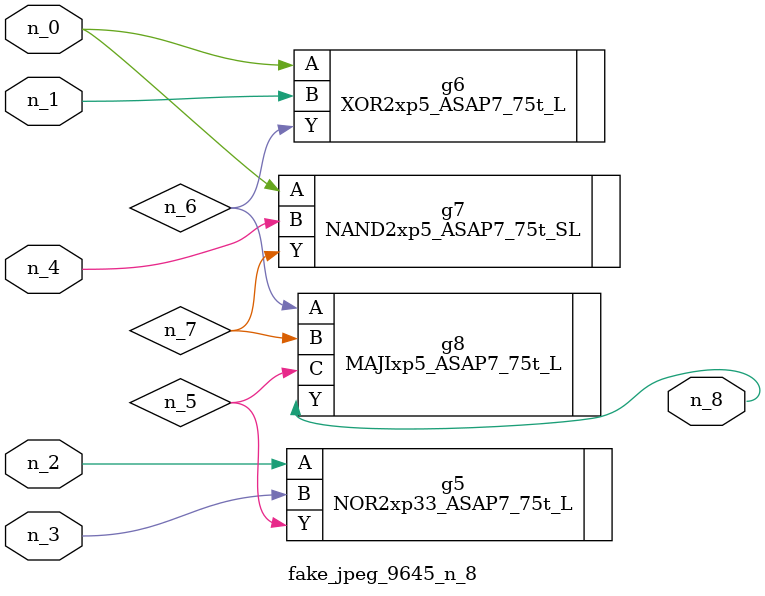
<source format=v>
module fake_jpeg_9645_n_8 (n_3, n_2, n_1, n_0, n_4, n_8);

input n_3;
input n_2;
input n_1;
input n_0;
input n_4;

output n_8;

wire n_6;
wire n_5;
wire n_7;

NOR2xp33_ASAP7_75t_L g5 ( 
.A(n_2),
.B(n_3),
.Y(n_5)
);

XOR2xp5_ASAP7_75t_L g6 ( 
.A(n_0),
.B(n_1),
.Y(n_6)
);

NAND2xp5_ASAP7_75t_SL g7 ( 
.A(n_0),
.B(n_4),
.Y(n_7)
);

MAJIxp5_ASAP7_75t_L g8 ( 
.A(n_6),
.B(n_7),
.C(n_5),
.Y(n_8)
);


endmodule
</source>
